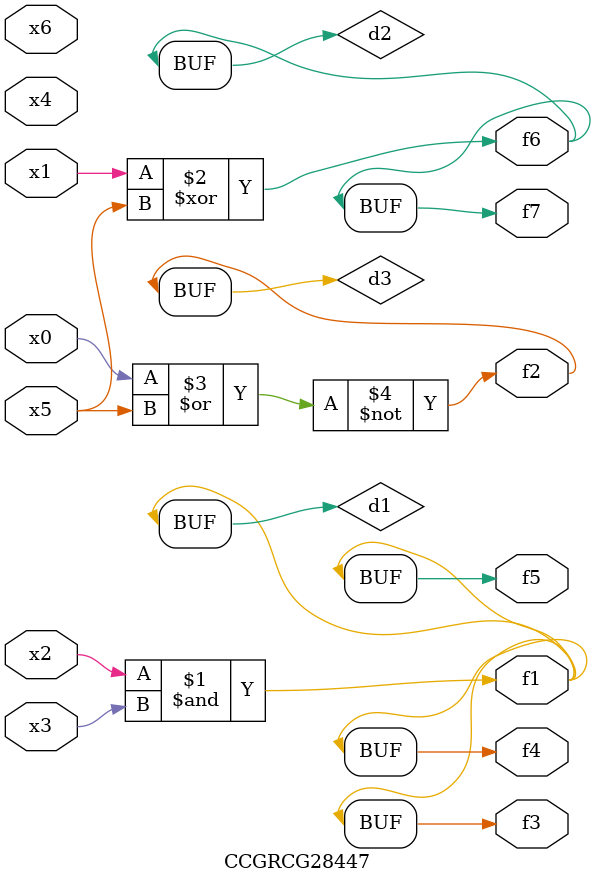
<source format=v>
module CCGRCG28447(
	input x0, x1, x2, x3, x4, x5, x6,
	output f1, f2, f3, f4, f5, f6, f7
);

	wire d1, d2, d3;

	and (d1, x2, x3);
	xor (d2, x1, x5);
	nor (d3, x0, x5);
	assign f1 = d1;
	assign f2 = d3;
	assign f3 = d1;
	assign f4 = d1;
	assign f5 = d1;
	assign f6 = d2;
	assign f7 = d2;
endmodule

</source>
